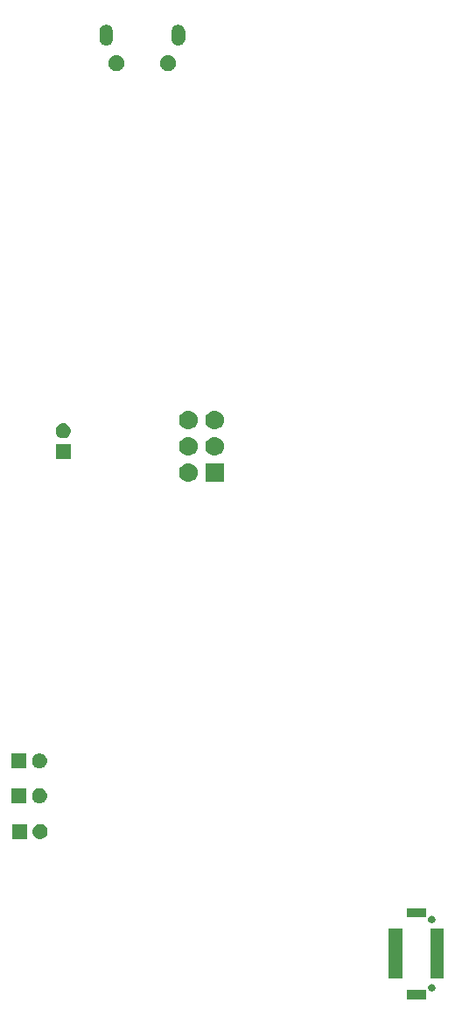
<source format=gbr>
G04 #@! TF.GenerationSoftware,KiCad,Pcbnew,5.1.2-f72e74a~84~ubuntu18.04.1*
G04 #@! TF.CreationDate,2019-07-18T11:25:25-04:00*
G04 #@! TF.ProjectId,Joe,4a6f652e-6b69-4636-9164-5f7063625858,rev?*
G04 #@! TF.SameCoordinates,Original*
G04 #@! TF.FileFunction,Soldermask,Bot*
G04 #@! TF.FilePolarity,Negative*
%FSLAX46Y46*%
G04 Gerber Fmt 4.6, Leading zero omitted, Abs format (unit mm)*
G04 Created by KiCad (PCBNEW 5.1.2-f72e74a~84~ubuntu18.04.1) date 2019-07-18 11:25:25*
%MOMM*%
%LPD*%
G04 APERTURE LIST*
%ADD10C,0.100000*%
G04 APERTURE END LIST*
D10*
G36*
X-8345400Y-49201817D02*
G01*
X-8345400Y-50082600D01*
X-10247400Y-50082600D01*
X-10247400Y-49180600D01*
X-8343311Y-49180600D01*
X-8345400Y-49201817D01*
X-8345400Y-49201817D01*
G37*
G36*
X-7694017Y-48644089D02*
G01*
X-7694014Y-48644090D01*
X-7694015Y-48644090D01*
X-7630142Y-48670546D01*
X-7572652Y-48708960D01*
X-7523760Y-48757852D01*
X-7485346Y-48815342D01*
X-7463776Y-48867418D01*
X-7458889Y-48879217D01*
X-7445400Y-48947030D01*
X-7445400Y-49016170D01*
X-7458889Y-49083983D01*
X-7458890Y-49083985D01*
X-7485346Y-49147858D01*
X-7523760Y-49205348D01*
X-7572652Y-49254240D01*
X-7630142Y-49292654D01*
X-7682218Y-49314224D01*
X-7694017Y-49319111D01*
X-7761830Y-49332600D01*
X-7830970Y-49332600D01*
X-7898783Y-49319111D01*
X-7910582Y-49314224D01*
X-7962658Y-49292654D01*
X-8020148Y-49254240D01*
X-8069040Y-49205348D01*
X-8111136Y-49142348D01*
X-8116470Y-49132369D01*
X-8132015Y-49113427D01*
X-8150060Y-49098620D01*
X-8144408Y-49079987D01*
X-8142006Y-49055601D01*
X-8144408Y-49031216D01*
X-8147400Y-49016173D01*
X-8147400Y-48947030D01*
X-8133911Y-48879217D01*
X-8129024Y-48867418D01*
X-8107454Y-48815342D01*
X-8069040Y-48757852D01*
X-8020148Y-48708960D01*
X-7962658Y-48670546D01*
X-7898785Y-48644090D01*
X-7898786Y-48644090D01*
X-7898783Y-48644089D01*
X-7830970Y-48630600D01*
X-7761830Y-48630600D01*
X-7694017Y-48644089D01*
X-7694017Y-48644089D01*
G37*
G36*
X-10645400Y-48122600D02*
G01*
X-11947400Y-48122600D01*
X-11947400Y-43240600D01*
X-10645400Y-43240600D01*
X-10645400Y-48122600D01*
X-10645400Y-48122600D01*
G37*
G36*
X-6645400Y-48122600D02*
G01*
X-7947400Y-48122600D01*
X-7947400Y-43240600D01*
X-6645400Y-43240600D01*
X-6645400Y-48122600D01*
X-6645400Y-48122600D01*
G37*
G36*
X-7694017Y-42044089D02*
G01*
X-7694014Y-42044090D01*
X-7694015Y-42044090D01*
X-7630142Y-42070546D01*
X-7572652Y-42108960D01*
X-7523760Y-42157852D01*
X-7485346Y-42215342D01*
X-7471086Y-42249771D01*
X-7458889Y-42279217D01*
X-7445400Y-42347030D01*
X-7445400Y-42416170D01*
X-7458889Y-42483983D01*
X-7458890Y-42483985D01*
X-7485346Y-42547858D01*
X-7523760Y-42605348D01*
X-7572652Y-42654240D01*
X-7630142Y-42692654D01*
X-7682218Y-42714224D01*
X-7694017Y-42719111D01*
X-7761830Y-42732600D01*
X-7830970Y-42732600D01*
X-7898783Y-42719111D01*
X-7910582Y-42714224D01*
X-7962658Y-42692654D01*
X-8020148Y-42654240D01*
X-8069040Y-42605348D01*
X-8107454Y-42547858D01*
X-8133910Y-42483985D01*
X-8133911Y-42483983D01*
X-8147400Y-42416170D01*
X-8147400Y-42347027D01*
X-8144408Y-42331984D01*
X-8142006Y-42307598D01*
X-8144408Y-42283212D01*
X-8150059Y-42264581D01*
X-8132013Y-42249771D01*
X-8116468Y-42230829D01*
X-8111133Y-42220849D01*
X-8107453Y-42215342D01*
X-8107452Y-42215339D01*
X-8069039Y-42157851D01*
X-8020149Y-42108961D01*
X-7962661Y-42070548D01*
X-7962658Y-42070546D01*
X-7898785Y-42044090D01*
X-7898786Y-42044090D01*
X-7898783Y-42044089D01*
X-7830970Y-42030600D01*
X-7761830Y-42030600D01*
X-7694017Y-42044089D01*
X-7694017Y-42044089D01*
G37*
G36*
X-8345400Y-42161383D02*
G01*
X-8343310Y-42182600D01*
X-10247400Y-42182600D01*
X-10247400Y-41280600D01*
X-8345400Y-41280600D01*
X-8345400Y-42161383D01*
X-8345400Y-42161383D01*
G37*
G36*
X-45629987Y-33161102D02*
G01*
X-45558879Y-33168105D01*
X-45422028Y-33209619D01*
X-45422025Y-33209620D01*
X-45295906Y-33277032D01*
X-45185357Y-33367757D01*
X-45094632Y-33478306D01*
X-45027220Y-33604425D01*
X-45027219Y-33604428D01*
X-44985705Y-33741279D01*
X-44971688Y-33883600D01*
X-44985705Y-34025921D01*
X-45027219Y-34162772D01*
X-45027220Y-34162775D01*
X-45094632Y-34288894D01*
X-45185357Y-34399443D01*
X-45295906Y-34490168D01*
X-45422025Y-34557580D01*
X-45422028Y-34557581D01*
X-45558879Y-34599095D01*
X-45629987Y-34606098D01*
X-45665540Y-34609600D01*
X-45736860Y-34609600D01*
X-45772413Y-34606098D01*
X-45843521Y-34599095D01*
X-45980372Y-34557581D01*
X-45980375Y-34557580D01*
X-46106494Y-34490168D01*
X-46217043Y-34399443D01*
X-46307768Y-34288894D01*
X-46375180Y-34162775D01*
X-46375181Y-34162772D01*
X-46416695Y-34025921D01*
X-46430712Y-33883600D01*
X-46416695Y-33741279D01*
X-46375181Y-33604428D01*
X-46375180Y-33604425D01*
X-46307768Y-33478306D01*
X-46217043Y-33367757D01*
X-46106494Y-33277032D01*
X-45980375Y-33209620D01*
X-45980372Y-33209619D01*
X-45843521Y-33168105D01*
X-45772413Y-33161102D01*
X-45736860Y-33157600D01*
X-45665540Y-33157600D01*
X-45629987Y-33161102D01*
X-45629987Y-33161102D01*
G37*
G36*
X-46975200Y-34609600D02*
G01*
X-48427200Y-34609600D01*
X-48427200Y-33157600D01*
X-46975200Y-33157600D01*
X-46975200Y-34609600D01*
X-46975200Y-34609600D01*
G37*
G36*
X-45680787Y-29706702D02*
G01*
X-45609679Y-29713705D01*
X-45472828Y-29755219D01*
X-45472825Y-29755220D01*
X-45346706Y-29822632D01*
X-45236157Y-29913357D01*
X-45145432Y-30023906D01*
X-45078020Y-30150025D01*
X-45078019Y-30150028D01*
X-45036505Y-30286879D01*
X-45022488Y-30429200D01*
X-45036505Y-30571521D01*
X-45078019Y-30708372D01*
X-45078020Y-30708375D01*
X-45145432Y-30834494D01*
X-45236157Y-30945043D01*
X-45346706Y-31035768D01*
X-45472825Y-31103180D01*
X-45472828Y-31103181D01*
X-45609679Y-31144695D01*
X-45680787Y-31151698D01*
X-45716340Y-31155200D01*
X-45787660Y-31155200D01*
X-45823213Y-31151698D01*
X-45894321Y-31144695D01*
X-46031172Y-31103181D01*
X-46031175Y-31103180D01*
X-46157294Y-31035768D01*
X-46267843Y-30945043D01*
X-46358568Y-30834494D01*
X-46425980Y-30708375D01*
X-46425981Y-30708372D01*
X-46467495Y-30571521D01*
X-46481512Y-30429200D01*
X-46467495Y-30286879D01*
X-46425981Y-30150028D01*
X-46425980Y-30150025D01*
X-46358568Y-30023906D01*
X-46267843Y-29913357D01*
X-46157294Y-29822632D01*
X-46031175Y-29755220D01*
X-46031172Y-29755219D01*
X-45894321Y-29713705D01*
X-45823213Y-29706702D01*
X-45787660Y-29703200D01*
X-45716340Y-29703200D01*
X-45680787Y-29706702D01*
X-45680787Y-29706702D01*
G37*
G36*
X-47026000Y-31155200D02*
G01*
X-48478000Y-31155200D01*
X-48478000Y-29703200D01*
X-47026000Y-29703200D01*
X-47026000Y-31155200D01*
X-47026000Y-31155200D01*
G37*
G36*
X-47026000Y-27777000D02*
G01*
X-48478000Y-27777000D01*
X-48478000Y-26325000D01*
X-47026000Y-26325000D01*
X-47026000Y-27777000D01*
X-47026000Y-27777000D01*
G37*
G36*
X-45680787Y-26328502D02*
G01*
X-45609679Y-26335505D01*
X-45472828Y-26377019D01*
X-45472825Y-26377020D01*
X-45346706Y-26444432D01*
X-45236157Y-26535157D01*
X-45145432Y-26645706D01*
X-45078020Y-26771825D01*
X-45078019Y-26771828D01*
X-45036505Y-26908679D01*
X-45022488Y-27051000D01*
X-45036505Y-27193321D01*
X-45078019Y-27330172D01*
X-45078020Y-27330175D01*
X-45145432Y-27456294D01*
X-45236157Y-27566843D01*
X-45346706Y-27657568D01*
X-45472825Y-27724980D01*
X-45472828Y-27724981D01*
X-45609679Y-27766495D01*
X-45680787Y-27773498D01*
X-45716340Y-27777000D01*
X-45787660Y-27777000D01*
X-45823213Y-27773498D01*
X-45894321Y-27766495D01*
X-46031172Y-27724981D01*
X-46031175Y-27724980D01*
X-46157294Y-27657568D01*
X-46267843Y-27566843D01*
X-46358568Y-27456294D01*
X-46425980Y-27330175D01*
X-46425981Y-27330172D01*
X-46467495Y-27193321D01*
X-46481512Y-27051000D01*
X-46467495Y-26908679D01*
X-46425981Y-26771828D01*
X-46425980Y-26771825D01*
X-46358568Y-26645706D01*
X-46267843Y-26535157D01*
X-46157294Y-26444432D01*
X-46031175Y-26377020D01*
X-46031172Y-26377019D01*
X-45894321Y-26335505D01*
X-45823213Y-26328502D01*
X-45787660Y-26325000D01*
X-45716340Y-26325000D01*
X-45680787Y-26328502D01*
X-45680787Y-26328502D01*
G37*
G36*
X-27902600Y-88200D02*
G01*
X-29704600Y-88200D01*
X-29704600Y1713800D01*
X-27902600Y1713800D01*
X-27902600Y-88200D01*
X-27902600Y-88200D01*
G37*
G36*
X-31233157Y1707281D02*
G01*
X-31166973Y1700763D01*
X-30997134Y1649243D01*
X-30840609Y1565578D01*
X-30804871Y1536248D01*
X-30703414Y1452986D01*
X-30620152Y1351529D01*
X-30590822Y1315791D01*
X-30507157Y1159266D01*
X-30455637Y989427D01*
X-30438241Y812800D01*
X-30455637Y636173D01*
X-30507157Y466334D01*
X-30590822Y309809D01*
X-30620152Y274071D01*
X-30703414Y172614D01*
X-30804871Y89352D01*
X-30840609Y60022D01*
X-30997134Y-23643D01*
X-31166973Y-75163D01*
X-31233157Y-81681D01*
X-31299340Y-88200D01*
X-31387860Y-88200D01*
X-31454043Y-81681D01*
X-31520227Y-75163D01*
X-31690066Y-23643D01*
X-31846591Y60022D01*
X-31882329Y89352D01*
X-31983786Y172614D01*
X-32067048Y274071D01*
X-32096378Y309809D01*
X-32180043Y466334D01*
X-32231563Y636173D01*
X-32248959Y812800D01*
X-32231563Y989427D01*
X-32180043Y1159266D01*
X-32096378Y1315791D01*
X-32067048Y1351529D01*
X-31983786Y1452986D01*
X-31882329Y1536248D01*
X-31846591Y1565578D01*
X-31690066Y1649243D01*
X-31520227Y1700763D01*
X-31454042Y1707282D01*
X-31387860Y1713800D01*
X-31299340Y1713800D01*
X-31233157Y1707281D01*
X-31233157Y1707281D01*
G37*
G36*
X-42733400Y2118800D02*
G01*
X-44185400Y2118800D01*
X-44185400Y3570800D01*
X-42733400Y3570800D01*
X-42733400Y2118800D01*
X-42733400Y2118800D01*
G37*
G36*
X-28693157Y4247281D02*
G01*
X-28626973Y4240763D01*
X-28457134Y4189243D01*
X-28300609Y4105578D01*
X-28264871Y4076248D01*
X-28163414Y3992986D01*
X-28080152Y3891529D01*
X-28050822Y3855791D01*
X-27967157Y3699266D01*
X-27915637Y3529427D01*
X-27898241Y3352800D01*
X-27915637Y3176173D01*
X-27967157Y3006334D01*
X-28050822Y2849809D01*
X-28080152Y2814071D01*
X-28163414Y2712614D01*
X-28264871Y2629352D01*
X-28300609Y2600022D01*
X-28457134Y2516357D01*
X-28626973Y2464837D01*
X-28693157Y2458319D01*
X-28759340Y2451800D01*
X-28847860Y2451800D01*
X-28914043Y2458319D01*
X-28980227Y2464837D01*
X-29150066Y2516357D01*
X-29306591Y2600022D01*
X-29342329Y2629352D01*
X-29443786Y2712614D01*
X-29527048Y2814071D01*
X-29556378Y2849809D01*
X-29640043Y3006334D01*
X-29691563Y3176173D01*
X-29708959Y3352800D01*
X-29691563Y3529427D01*
X-29640043Y3699266D01*
X-29556378Y3855791D01*
X-29527048Y3891529D01*
X-29443786Y3992986D01*
X-29342329Y4076248D01*
X-29306591Y4105578D01*
X-29150066Y4189243D01*
X-28980227Y4240763D01*
X-28914043Y4247281D01*
X-28847860Y4253800D01*
X-28759340Y4253800D01*
X-28693157Y4247281D01*
X-28693157Y4247281D01*
G37*
G36*
X-31233157Y4247281D02*
G01*
X-31166973Y4240763D01*
X-30997134Y4189243D01*
X-30840609Y4105578D01*
X-30804871Y4076248D01*
X-30703414Y3992986D01*
X-30620152Y3891529D01*
X-30590822Y3855791D01*
X-30507157Y3699266D01*
X-30455637Y3529427D01*
X-30438241Y3352800D01*
X-30455637Y3176173D01*
X-30507157Y3006334D01*
X-30590822Y2849809D01*
X-30620152Y2814071D01*
X-30703414Y2712614D01*
X-30804871Y2629352D01*
X-30840609Y2600022D01*
X-30997134Y2516357D01*
X-31166973Y2464837D01*
X-31233157Y2458319D01*
X-31299340Y2451800D01*
X-31387860Y2451800D01*
X-31454043Y2458319D01*
X-31520227Y2464837D01*
X-31690066Y2516357D01*
X-31846591Y2600022D01*
X-31882329Y2629352D01*
X-31983786Y2712614D01*
X-32067048Y2814071D01*
X-32096378Y2849809D01*
X-32180043Y3006334D01*
X-32231563Y3176173D01*
X-32248959Y3352800D01*
X-32231563Y3529427D01*
X-32180043Y3699266D01*
X-32096378Y3855791D01*
X-32067048Y3891529D01*
X-31983786Y3992986D01*
X-31882329Y4076248D01*
X-31846591Y4105578D01*
X-31690066Y4189243D01*
X-31520227Y4240763D01*
X-31454043Y4247281D01*
X-31387860Y4253800D01*
X-31299340Y4253800D01*
X-31233157Y4247281D01*
X-31233157Y4247281D01*
G37*
G36*
X-43388187Y5567298D02*
G01*
X-43317079Y5560295D01*
X-43180228Y5518781D01*
X-43180225Y5518780D01*
X-43054106Y5451368D01*
X-42943557Y5360643D01*
X-42852832Y5250094D01*
X-42785420Y5123975D01*
X-42785419Y5123972D01*
X-42743905Y4987121D01*
X-42729888Y4844800D01*
X-42743905Y4702479D01*
X-42785419Y4565628D01*
X-42785420Y4565625D01*
X-42852832Y4439506D01*
X-42943557Y4328957D01*
X-43054106Y4238232D01*
X-43180225Y4170820D01*
X-43180228Y4170819D01*
X-43317079Y4129305D01*
X-43388187Y4122302D01*
X-43423740Y4118800D01*
X-43495060Y4118800D01*
X-43530613Y4122302D01*
X-43601721Y4129305D01*
X-43738572Y4170819D01*
X-43738575Y4170820D01*
X-43864694Y4238232D01*
X-43975243Y4328957D01*
X-44065968Y4439506D01*
X-44133380Y4565625D01*
X-44133381Y4565628D01*
X-44174895Y4702479D01*
X-44188912Y4844800D01*
X-44174895Y4987121D01*
X-44133381Y5123972D01*
X-44133380Y5123975D01*
X-44065968Y5250094D01*
X-43975243Y5360643D01*
X-43864694Y5451368D01*
X-43738575Y5518780D01*
X-43738572Y5518781D01*
X-43601721Y5560295D01*
X-43530613Y5567298D01*
X-43495060Y5570800D01*
X-43423740Y5570800D01*
X-43388187Y5567298D01*
X-43388187Y5567298D01*
G37*
G36*
X-28693157Y6787281D02*
G01*
X-28626973Y6780763D01*
X-28457134Y6729243D01*
X-28300609Y6645578D01*
X-28264871Y6616248D01*
X-28163414Y6532986D01*
X-28080152Y6431529D01*
X-28050822Y6395791D01*
X-27967157Y6239266D01*
X-27915637Y6069427D01*
X-27898241Y5892800D01*
X-27915637Y5716173D01*
X-27967157Y5546334D01*
X-28050822Y5389809D01*
X-28074758Y5360643D01*
X-28163414Y5252614D01*
X-28264871Y5169352D01*
X-28300609Y5140022D01*
X-28457134Y5056357D01*
X-28626973Y5004837D01*
X-28693158Y4998318D01*
X-28759340Y4991800D01*
X-28847860Y4991800D01*
X-28914042Y4998318D01*
X-28980227Y5004837D01*
X-29150066Y5056357D01*
X-29306591Y5140022D01*
X-29342329Y5169352D01*
X-29443786Y5252614D01*
X-29532442Y5360643D01*
X-29556378Y5389809D01*
X-29640043Y5546334D01*
X-29691563Y5716173D01*
X-29708959Y5892800D01*
X-29691563Y6069427D01*
X-29640043Y6239266D01*
X-29556378Y6395791D01*
X-29527048Y6431529D01*
X-29443786Y6532986D01*
X-29342329Y6616248D01*
X-29306591Y6645578D01*
X-29150066Y6729243D01*
X-28980227Y6780763D01*
X-28914043Y6787281D01*
X-28847860Y6793800D01*
X-28759340Y6793800D01*
X-28693157Y6787281D01*
X-28693157Y6787281D01*
G37*
G36*
X-31233157Y6787281D02*
G01*
X-31166973Y6780763D01*
X-30997134Y6729243D01*
X-30840609Y6645578D01*
X-30804871Y6616248D01*
X-30703414Y6532986D01*
X-30620152Y6431529D01*
X-30590822Y6395791D01*
X-30507157Y6239266D01*
X-30455637Y6069427D01*
X-30438241Y5892800D01*
X-30455637Y5716173D01*
X-30507157Y5546334D01*
X-30590822Y5389809D01*
X-30614758Y5360643D01*
X-30703414Y5252614D01*
X-30804871Y5169352D01*
X-30840609Y5140022D01*
X-30997134Y5056357D01*
X-31166973Y5004837D01*
X-31233158Y4998318D01*
X-31299340Y4991800D01*
X-31387860Y4991800D01*
X-31454042Y4998318D01*
X-31520227Y5004837D01*
X-31690066Y5056357D01*
X-31846591Y5140022D01*
X-31882329Y5169352D01*
X-31983786Y5252614D01*
X-32072442Y5360643D01*
X-32096378Y5389809D01*
X-32180043Y5546334D01*
X-32231563Y5716173D01*
X-32248959Y5892800D01*
X-32231563Y6069427D01*
X-32180043Y6239266D01*
X-32096378Y6395791D01*
X-32067048Y6431529D01*
X-31983786Y6532986D01*
X-31882329Y6616248D01*
X-31846591Y6645578D01*
X-31690066Y6729243D01*
X-31520227Y6780763D01*
X-31454043Y6787281D01*
X-31387860Y6793800D01*
X-31299340Y6793800D01*
X-31233157Y6787281D01*
X-31233157Y6787281D01*
G37*
G36*
X-38087652Y41142880D02*
G01*
X-38087650Y41142879D01*
X-38087649Y41142879D01*
X-37946426Y41084383D01*
X-37946423Y41084381D01*
X-37819331Y40999461D01*
X-37711239Y40891369D01*
X-37626319Y40764277D01*
X-37626317Y40764274D01*
X-37567821Y40623051D01*
X-37538000Y40473129D01*
X-37538000Y40320271D01*
X-37567821Y40170349D01*
X-37626317Y40029126D01*
X-37626319Y40029123D01*
X-37711239Y39902031D01*
X-37819331Y39793939D01*
X-37946423Y39709019D01*
X-37946426Y39709017D01*
X-38087649Y39650521D01*
X-38087650Y39650521D01*
X-38087652Y39650520D01*
X-38237569Y39620700D01*
X-38390431Y39620700D01*
X-38540348Y39650520D01*
X-38540350Y39650521D01*
X-38540351Y39650521D01*
X-38681574Y39709017D01*
X-38681577Y39709019D01*
X-38808669Y39793939D01*
X-38916761Y39902031D01*
X-39001681Y40029123D01*
X-39001683Y40029126D01*
X-39060179Y40170349D01*
X-39090000Y40320271D01*
X-39090000Y40473129D01*
X-39060179Y40623051D01*
X-39001683Y40764274D01*
X-39001681Y40764277D01*
X-38916761Y40891369D01*
X-38808669Y40999461D01*
X-38681577Y41084381D01*
X-38681574Y41084383D01*
X-38540351Y41142879D01*
X-38540350Y41142879D01*
X-38540348Y41142880D01*
X-38390431Y41172700D01*
X-38237569Y41172700D01*
X-38087652Y41142880D01*
X-38087652Y41142880D01*
G37*
G36*
X-33087652Y41142880D02*
G01*
X-33087650Y41142879D01*
X-33087649Y41142879D01*
X-32946426Y41084383D01*
X-32946423Y41084381D01*
X-32819331Y40999461D01*
X-32711239Y40891369D01*
X-32626319Y40764277D01*
X-32626317Y40764274D01*
X-32567821Y40623051D01*
X-32538000Y40473129D01*
X-32538000Y40320271D01*
X-32567821Y40170349D01*
X-32626317Y40029126D01*
X-32626319Y40029123D01*
X-32711239Y39902031D01*
X-32819331Y39793939D01*
X-32946423Y39709019D01*
X-32946426Y39709017D01*
X-33087649Y39650521D01*
X-33087650Y39650521D01*
X-33087652Y39650520D01*
X-33237569Y39620700D01*
X-33390431Y39620700D01*
X-33540348Y39650520D01*
X-33540350Y39650521D01*
X-33540351Y39650521D01*
X-33681574Y39709017D01*
X-33681577Y39709019D01*
X-33808669Y39793939D01*
X-33916761Y39902031D01*
X-34001681Y40029123D01*
X-34001683Y40029126D01*
X-34060179Y40170349D01*
X-34090000Y40320271D01*
X-34090000Y40473129D01*
X-34060179Y40623051D01*
X-34001683Y40764274D01*
X-34001681Y40764277D01*
X-33916761Y40891369D01*
X-33808669Y40999461D01*
X-33681577Y41084381D01*
X-33681574Y41084383D01*
X-33540351Y41142879D01*
X-33540350Y41142879D01*
X-33540348Y41142880D01*
X-33390431Y41172700D01*
X-33237569Y41172700D01*
X-33087652Y41142880D01*
X-33087652Y41142880D01*
G37*
G36*
X-32186383Y44088280D02*
G01*
X-32095597Y44060740D01*
X-32063665Y44051054D01*
X-31950576Y43990606D01*
X-31851446Y43909253D01*
X-31770094Y43810125D01*
X-31709646Y43697036D01*
X-31699960Y43665104D01*
X-31672420Y43574318D01*
X-31663000Y43478673D01*
X-31663000Y42714727D01*
X-31672420Y42619082D01*
X-31699960Y42528296D01*
X-31709646Y42496364D01*
X-31770094Y42383275D01*
X-31851446Y42284146D01*
X-31950575Y42202794D01*
X-32063664Y42142346D01*
X-32095596Y42132660D01*
X-32186382Y42105120D01*
X-32314000Y42092551D01*
X-32441617Y42105120D01*
X-32532403Y42132660D01*
X-32564335Y42142346D01*
X-32677424Y42202794D01*
X-32776553Y42284146D01*
X-32857905Y42383275D01*
X-32918352Y42496363D01*
X-32918355Y42496368D01*
X-32955580Y42619082D01*
X-32965000Y42714727D01*
X-32965000Y43478672D01*
X-32955580Y43574317D01*
X-32918355Y43697031D01*
X-32918354Y43697035D01*
X-32857906Y43810124D01*
X-32776553Y43909254D01*
X-32677425Y43990606D01*
X-32564336Y44051054D01*
X-32532404Y44060740D01*
X-32441618Y44088280D01*
X-32314000Y44100849D01*
X-32186383Y44088280D01*
X-32186383Y44088280D01*
G37*
G36*
X-39186382Y44088280D02*
G01*
X-39095596Y44060740D01*
X-39063664Y44051054D01*
X-38950575Y43990606D01*
X-38851446Y43909254D01*
X-38770094Y43810125D01*
X-38709646Y43697036D01*
X-38699960Y43665104D01*
X-38672420Y43574318D01*
X-38663000Y43478673D01*
X-38663000Y42714727D01*
X-38672420Y42619082D01*
X-38699960Y42528296D01*
X-38709646Y42496364D01*
X-38770094Y42383275D01*
X-38851446Y42284147D01*
X-38950576Y42202794D01*
X-39063665Y42142346D01*
X-39095597Y42132660D01*
X-39186383Y42105120D01*
X-39314000Y42092551D01*
X-39441618Y42105120D01*
X-39532404Y42132660D01*
X-39564336Y42142346D01*
X-39677425Y42202794D01*
X-39776553Y42284146D01*
X-39857906Y42383276D01*
X-39918354Y42496365D01*
X-39928040Y42528297D01*
X-39955580Y42619083D01*
X-39965000Y42714728D01*
X-39965000Y43478673D01*
X-39955580Y43574318D01*
X-39918355Y43697032D01*
X-39893392Y43743734D01*
X-39857905Y43810125D01*
X-39776553Y43909254D01*
X-39677424Y43990606D01*
X-39564335Y44051054D01*
X-39532403Y44060740D01*
X-39441617Y44088280D01*
X-39314000Y44100849D01*
X-39186382Y44088280D01*
X-39186382Y44088280D01*
G37*
M02*

</source>
